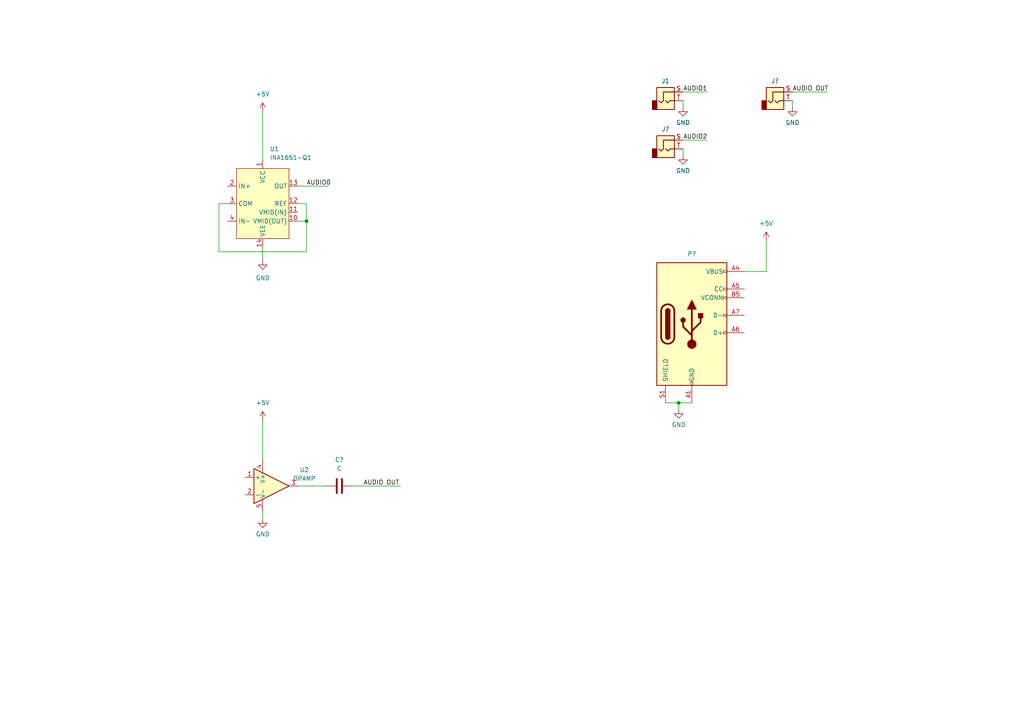
<source format=kicad_sch>
(kicad_sch (version 20211123) (generator eeschema)
  (paper "A4")
  (lib_symbols
    (symbol "Connector:AudioJack2"
      (property "Reference" "J" (at 0 8.89 0))
      (property "Value" "AudioJack2" (at 0 6.35 0))
      (symbol "AudioJack2_0_1"
        (rectangle (start -3.81 0) (end -2.54 -2.54) (stroke (width 0.254)) (fill (type outline)))
        (rectangle (start -2.54 3.81) (end 2.54 -2.54) (stroke (width 0.254)) (fill (type background)))
        (polyline (pts (xy 0 0) (xy 0.635 -0.635) (xy 1.27 0) (xy 2.54 0)) (stroke (width 0.254)))
        (polyline (pts (xy 2.54 2.54) (xy -0.635 2.54) (xy -0.635 0) (xy -1.27 -0.635) (xy -1.905 0)) (stroke (width 0.254)))
      )
      (symbol "AudioJack2_1_1"
        (pin passive line (at 5.08 2.54 180) (length 2.54) (name "~") (number "S"))
        (pin passive line (at 5.08 0 180) (length 2.54) (name "~") (number "T"))
      )
    )
    (symbol "Connector:USB_C_Plug_USB2.0" (pin_names (offset 1.016))
      (property "Reference" "P" (at -10.16 19.05 0))
      (property "Value" "USB_C_Plug_USB2.0" (at 12.7 19.05 0))
      (symbol "USB_C_Plug_USB2.0_0_0"
        (rectangle (start -0.254 -17.78) (end 0.254 -16.764))
        (rectangle (start 10.16 -2.286) (end 9.144 -2.794))
        (rectangle (start 10.16 2.794) (end 9.144 2.286))
        (rectangle (start 10.16 7.874) (end 9.144 7.366))
        (rectangle (start 10.16 10.414) (end 9.144 9.906))
        (rectangle (start 10.16 15.494) (end 9.144 14.986))
      )
      (symbol "USB_C_Plug_USB2.0_0_1"
        (rectangle (start -10.16 17.78) (end 10.16 -17.78) (stroke (width 0.254)) (fill (type background)))
        (arc (start -8.89 -3.81) (mid -6.985 -5.715) (end -5.08 -3.81) (stroke (width 0.508)))
        (arc (start -7.62 -3.81) (mid -6.985 -4.445) (end -6.35 -3.81) (stroke (width 0.254)))
        (arc (start -7.62 -3.81) (mid -6.985 -4.445) (end -6.35 -3.81) (stroke (width 0.254)) (fill (type outline)))
        (rectangle (start -7.62 -3.81) (end -6.35 3.81) (stroke (width 0.254)) (fill (type outline)))
        (arc (start -6.35 3.81) (mid -6.985 4.445) (end -7.62 3.81) (stroke (width 0.254)))
        (arc (start -6.35 3.81) (mid -6.985 4.445) (end -7.62 3.81) (stroke (width 0.254)) (fill (type outline)))
        (arc (start -5.08 3.81) (mid -6.985 5.715) (end -8.89 3.81) (stroke (width 0.508)))
        (circle (center -2.54 1.143) (radius 0.635) (stroke (width 0.254)) (fill (type outline)))
        (circle (center 0 -5.842) (radius 1.27) (fill (type outline)))
        (polyline (pts (xy -8.89 -3.81) (xy -8.89 3.81)) (stroke (width 0.508)))
        (polyline (pts (xy -5.08 3.81) (xy -5.08 -3.81)) (stroke (width 0.508)))
        (polyline (pts (xy 0 -5.842) (xy 0 4.318)) (stroke (width 0.508)))
        (polyline (pts (xy 0 -3.302) (xy -2.54 -0.762) (xy -2.54 0.508)) (stroke (width 0.508)))
        (polyline (pts (xy 0 -2.032) (xy 2.54 0.508) (xy 2.54 1.778)) (stroke (width 0.508)))
        (polyline (pts (xy -1.27 4.318) (xy 0 6.858) (xy 1.27 4.318) (xy -1.27 4.318)) (stroke (width 0.254)) (fill (type outline)))
        (rectangle (start 1.905 1.778) (end 3.175 3.048) (stroke (width 0.254)) (fill (type outline)))
      )
      (symbol "USB_C_Plug_USB2.0_1_1"
        (pin passive line (at 0 -22.86 90) (length 5.08) (name "GND") (number "A1"))
        (pin passive line (at 0 -22.86 90) (length 5.08) hide (name "GND") (number "A12"))
        (pin passive line (at 15.24 15.24 180) (length 5.08) (name "VBUS") (number "A4"))
        (pin bidirectional line (at 15.24 10.16 180) (length 5.08) (name "CC") (number "A5"))
        (pin bidirectional line (at 15.24 -2.54 180) (length 5.08) (name "D+") (number "A6"))
        (pin bidirectional line (at 15.24 2.54 180) (length 5.08) (name "D-") (number "A7"))
        (pin passive line (at 15.24 15.24 180) (length 5.08) hide (name "VBUS") (number "A9"))
        (pin passive line (at 0 -22.86 90) (length 5.08) hide (name "GND") (number "B1"))
        (pin passive line (at 0 -22.86 90) (length 5.08) hide (name "GND") (number "B12"))
        (pin passive line (at 15.24 15.24 180) (length 5.08) hide (name "VBUS") (number "B4"))
        (pin bidirectional line (at 15.24 7.62 180) (length 5.08) (name "VCONN") (number "B5"))
        (pin passive line (at 15.24 15.24 180) (length 5.08) hide (name "VBUS") (number "B9"))
        (pin passive line (at -7.62 -22.86 90) (length 5.08) (name "SHIELD") (number "S1"))
      )
    )
    (symbol "Device:C" (pin_numbers hide) (pin_names (offset 0.254))
      (property "Reference" "C" (at 0.635 2.54 0))
      (property "Value" "C" (at 0.635 -2.54 0))
      (symbol "C_0_1"
        (polyline (pts (xy -2.032 -0.762) (xy 2.032 -0.762)) (stroke (width 0.508)))
        (polyline (pts (xy -2.032 0.762) (xy 2.032 0.762)) (stroke (width 0.508)))
      )
      (symbol "C_1_1"
        (pin passive line (at 0 3.81 270) (length 2.794) (name "~") (number "1"))
        (pin passive line (at 0 -3.81 90) (length 2.794) (name "~") (number "2"))
      )
    )
    (symbol "audio_components:INA1651-Q1"
      (property "Reference" "U" (at 6.35 10.16 0))
      (property "Value" "INA1651-Q1" (at 8.89 -12.7 0))
      (symbol "INA1651-Q1_0_1"
        (rectangle (start -7.62 8.89) (end 7.62 -11.43) (fill (type background)))
      )
      (symbol "INA1651-Q1_1_1"
        (pin power_in line (at 0 11.43 270) (length 2.54) (name "VCC") (number "1"))
        (pin output line (at 10.16 -6.35 180) (length 2.54) (name "VMID(OUT)") (number "10"))
        (pin input line (at 10.16 -3.81 180) (length 2.54) (name "VMID(IN)") (number "11"))
        (pin input line (at 10.16 -1.27 180) (length 2.54) (name "REF") (number "12"))
        (pin output line (at 10.16 3.81 180) (length 2.54) (name "OUT") (number "13"))
        (pin power_out line (at 0 -13.97 90) (length 2.54) (name "VEE") (number "14"))
        (pin input line (at -10.16 3.81 0) (length 2.54) (name "IN+") (number "2"))
        (pin input line (at -10.16 -1.27 0) (length 2.54) (name "COM") (number "3"))
        (pin input line (at -10.16 -6.35 0) (length 2.54) (name "IN-") (number "4"))
      )
    )
    (symbol "power:+5V" (power) (pin_names (offset 0))
      (property "Value" "+5V" (at 0 3.556 0))
      (symbol "+5V_0_1"
        (polyline (pts (xy -0.762 1.27) (xy 0 2.54)))
        (polyline (pts (xy 0 0) (xy 0 2.54)))
        (polyline (pts (xy 0 2.54) (xy 0.762 1.27)))
      )
      (symbol "+5V_1_1"
        (pin power_in line (at 0 0 90) (length 0) hide (name "+5V") (number "1"))
      )
    )
    (symbol "power:GND" (power) (pin_names (offset 0))
      (property "Value" "GND" (at 0 -3.81 0))
      (symbol "GND_0_1"
        (polyline (pts (xy 0 0) (xy 0 -1.27) (xy 1.27 -1.27) (xy 0 -2.54) (xy -1.27 -1.27) (xy 0 -1.27)))
      )
      (symbol "GND_1_1"
        (pin power_in line (at 0 0 270) (length 0) hide (name "GND") (number "1"))
      )
    )
    (symbol "pspice:OPAMP" (pin_names (offset 0.254))
      (property "Reference" "U" (at 3.81 3.175 0))
      (property "Value" "OPAMP" (at 3.81 -3.175 0))
      (symbol "OPAMP_0_1"
        (polyline (pts (xy 5.08 0) (xy -5.08 5.08) (xy -5.08 -5.08) (xy 5.08 0)) (stroke (width 0.254)) (fill (type background)))
      )
      (symbol "OPAMP_1_1"
        (pin input line (at -7.62 2.54 0) (length 2.54) (name "+") (number "1"))
        (pin input line (at -7.62 -2.54 0) (length 2.54) (name "-") (number "2"))
        (pin output line (at 7.62 0 180) (length 2.54) (name "~") (number "3"))
        (pin power_in line (at -2.54 7.62 270) (length 3.81) (name "V+") (number "4"))
        (pin power_in line (at -2.54 -7.62 90) (length 3.81) (name "V-") (number "5"))
      )
    )
  )
  (junction (at 196.85 116.84))
  (junction (at 88.9 64.135))
  (wire (pts (xy 76.2 32.385) (xy 76.2 46.355)))
  (wire (pts (xy 229.87 26.67) (xy 240.03 26.67)))
  (wire (pts (xy 76.2 121.92) (xy 76.2 133.35)))
  (wire (pts (xy 88.9 64.135) (xy 88.9 59.055)))
  (wire (pts (xy 86.36 140.97) (xy 94.615 140.97)))
  (wire (pts (xy 63.5 59.055) (xy 63.5 73.025)))
  (wire (pts (xy 215.9 78.74) (xy 222.25 78.74)))
  (wire (pts (xy 198.12 26.67) (xy 205.105 26.67)))
  (wire (pts (xy 63.5 73.025) (xy 88.9 73.025)))
  (wire (pts (xy 66.04 59.055) (xy 63.5 59.055)))
  (wire (pts (xy 198.12 29.21) (xy 198.12 31.115)))
  (wire (pts (xy 88.9 59.055) (xy 86.36 59.055)))
  (wire (pts (xy 76.2 148.59) (xy 76.2 150.495)))
  (wire (pts (xy 86.36 64.135) (xy 88.9 64.135)))
  (wire (pts (xy 193.04 116.84) (xy 196.85 116.84)))
  (wire (pts (xy 88.9 73.025) (xy 88.9 64.135)))
  (wire (pts (xy 196.85 116.84) (xy 196.85 118.745)))
  (wire (pts (xy 198.12 40.64) (xy 205.105 40.64)))
  (wire (pts (xy 198.12 43.18) (xy 198.12 45.085)))
  (wire (pts (xy 76.2 71.755) (xy 76.2 75.565)))
  (wire (pts (xy 196.85 116.84) (xy 200.66 116.84)))
  (wire (pts (xy 229.87 29.21) (xy 229.87 31.115)))
  (wire (pts (xy 222.25 78.74) (xy 222.25 69.85)))
  (wire (pts (xy 95.25 53.975) (xy 86.36 53.975)))
  (wire (pts (xy 102.235 140.97) (xy 116.205 140.97)))
  (label "AUDIO OUT" (at 229.87 26.67 0))
  (label "AUDIO0" (at 88.9 53.975 0))
  (label "AUDIO2" (at 198.12 40.64 0))
  (label "AUDIO OUT" (at 105.41 140.97 0))
  (label "AUDIO1" (at 198.12 26.67 0))
  (symbol (lib_id "power:+5V") (at 76.2 32.385 0) (unit 1)
    (property "Reference" "#PWR?" (effects hide))
    (property "Value" "+5V" (at 76.2 27.305 0))
  )
  (symbol (lib_id "Connector:AudioJack2") (at 193.04 43.18 0) (unit 1)
    (property "Reference" "J?" (at 193.04 37.465 0))
    (property "Value" "AudioJack2" (effects hide))
  )
  (symbol (lib_id "Device:C") (at 98.425 140.97 90) (unit 1)
    (property "Reference" "C?" (at 98.425 133.35 90))
    (property "Value" "C" (at 98.425 135.89 90))
  )
  (symbol (lib_id "power:GND") (at 229.87 31.115 0) (unit 1)
    (property "Reference" "#PWR?" (effects hide))
    (property "Value" "GND" (at 229.87 35.56 0))
  )
  (symbol (lib_id "audio_components:INA1651-Q1") (at 76.2 57.785 0) (unit 1)
    (property "Reference" "U1" (at 78.2194 43.18 0) (effects (justify left)))
    (property "Value" "INA1651-Q1" (at 78.2194 45.72 0) (effects (justify left)))
    (property "Footprint" "audio_components:INA165x" (effects hide))
  )
  (symbol (lib_id "power:GND") (at 196.85 118.745 0) (unit 1)
    (property "Reference" "#PWR?" (effects hide))
    (property "Value" "GND" (at 196.85 123.19 0))
  )
  (symbol (lib_id "power:GND") (at 76.2 150.495 0) (unit 1)
    (property "Reference" "#PWR?" (effects hide))
    (property "Value" "GND" (at 76.2 154.94 0))
  )
  (symbol (lib_id "power:+5V") (at 76.2 121.92 0) (unit 1)
    (property "Reference" "#PWR?" (effects hide))
    (property "Value" "+5V" (at 76.2 116.84 0))
  )
  (symbol (lib_id "Connector:AudioJack2") (at 224.79 29.21 0) (unit 1)
    (property "Reference" "J?" (at 224.79 23.495 0))
    (property "Value" "AudioJack2" (effects hide))
  )
  (symbol (lib_id "pspice:OPAMP") (at 78.74 140.97 0) (unit 1)
    (property "Reference" "U2" (at 88.265 136.271 0))
    (property "Value" "OPAMP" (at 88.265 138.811 0))
  )
  (symbol (lib_id "Connector:AudioJack2") (at 193.04 29.21 0) (unit 1)
    (property "Reference" "J1" (at 193.04 23.495 0))
    (property "Value" "AudioJack2" (effects hide))
  )
  (symbol (lib_id "power:GND") (at 76.2 75.565 0) (unit 1)
    (property "Reference" "#PWR?" (effects hide))
    (property "Value" "GND" (at 76.2 80.645 0))
  )
  (symbol (lib_id "power:+5V") (at 222.25 69.85 0) (unit 1)
    (property "Reference" "#PWR?" (effects hide))
    (property "Value" "+5V" (at 222.25 64.77 0))
  )
  (symbol (lib_id "power:GND") (at 198.12 31.115 0) (unit 1)
    (property "Reference" "#PWR?" (effects hide))
    (property "Value" "GND" (at 198.12 35.56 0))
  )
  (symbol (lib_id "Connector:USB_C_Plug_USB2.0") (at 200.66 93.98 0) (unit 1)
    (property "Reference" "P?" (at 200.66 73.66 0))
    (property "Value" "USB_C_Plug_USB2.0" (effects hide))
    (property "Datasheet" "https://www.usb.org/sites/default/files/documents/usb_type-c.zip" (effects hide))
  )
  (symbol (lib_id "power:GND") (at 198.12 45.085 0) (unit 1)
    (property "Reference" "#PWR?" (effects hide))
    (property "Value" "GND" (at 198.12 49.53 0))
  )
)
</source>
